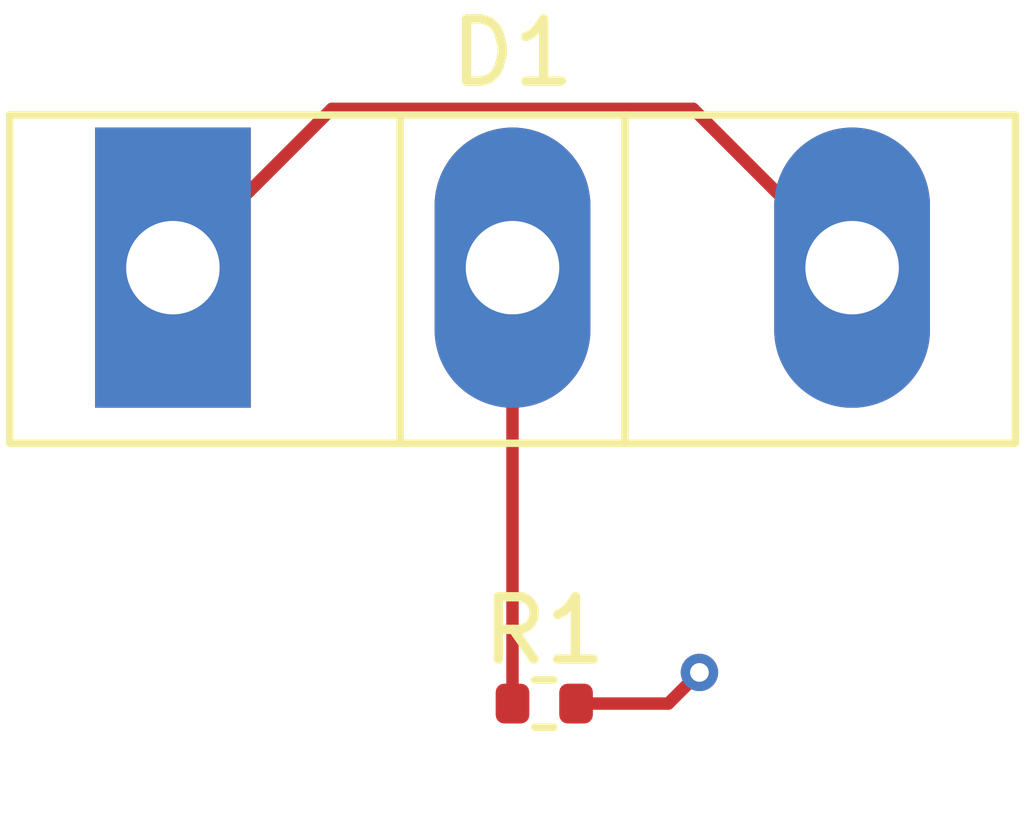
<source format=kicad_pcb>
(kicad_pcb (version 20240108) (generator "pcbnew") (generator_version "8.0")
  (layers (0 "F.Cu" signal) (1 "In1.Cu" signal) (2 "In2.Cu" signal) (31 "B.Cu" signal) (34 "B.Paste" user) (35 "F.Paste" user) (36 "B.SilkS" user "B.Silkscreen") (37 "F.SilkS" user "F.Silkscreen") (38 "B.Mask" user) (39 "F.Mask" user) (44 "Edge.Cuts" user))
  (net 0 "")
  (net 1 "VDD")
  (net 2 "Net-(D1-K)")
  (net 3 "GND")
  (footprint "Resistor_SMD:R_0402_1005Metric" (layer "F.Cu") (at 24.01 22.5)
    (property "Reference" "R1" (at 0 -1.17 0) (layer "F.SilkS"))
    (property "Value" "R")
    (fp_line (start -0.153641 -0.38) (end 0.153641 -0.38) (stroke (width 0.12)) (layer "F.SilkS"))
    (fp_line (start -0.153641 0.38) (end 0.153641 0.38) (stroke (width 0.12)) (layer "F.SilkS"))
    (pad "1" smd roundrect (at -0.51 0) (size 0.54 0.64) (layers "F.Cu" "F.Paste" "F.Mask") (net 2 "Net-(D1-K)"))
    (pad "2" smd roundrect (at 0.51 0) (size 0.54 0.64) (layers "F.Cu" "F.Paste" "F.Mask") (net 3 "GND"))
  )
  (footprint "Package_TO_SOT_THT:TO-247-3_Vertical" (layer "F.Cu") (at 18.05 15.5)
    (property "Reference" "D1" (at 5.45 -3.45 0) (layer "F.SilkS"))
    (property "Value" "C5D50065D")
    (fp_line (start -2.62 -2.451) (end -2.62 2.82) (stroke (width 0.12)) (layer "F.SilkS"))
    (fp_line (start -2.62 -2.451) (end 13.52 -2.451) (stroke (width 0.12)) (layer "F.SilkS"))
    (fp_line (start -2.62 2.82) (end 13.52 2.82) (stroke (width 0.12)) (layer "F.SilkS"))
    (fp_line (start 3.646 -2.451) (end 3.646 2.82) (stroke (width 0.12)) (layer "F.SilkS"))
    (fp_line (start 7.255 -2.451) (end 7.255 2.82) (stroke (width 0.12)) (layer "F.SilkS"))
    (fp_line (start 13.52 -2.451) (end 13.52 2.82) (stroke (width 0.12)) (layer "F.SilkS"))
    (pad "1" thru_hole rect (at 0 0) (size 2.5 4.5) (drill 1.5) (layers "*.Cu" "*.Mask") (net 1 "VDD"))
    (pad "2" thru_hole oval (at 5.45 0) (size 2.5 4.5) (drill 1.5) (layers "*.Cu" "*.Mask") (net 2 "Net-(D1-K)"))
    (pad "3" thru_hole oval (at 10.9 0) (size 2.5 4.5) (drill 1.5) (layers "*.Cu" "*.Mask") (net 1 "VDD"))
  )
  (segment (start 26.4 12.95) (end 28.95 15.5) (width 0.2) (layer "F.Cu") (net 1))
  (segment (start 20.6 12.95) (end 26.4 12.95) (width 0.2) (layer "F.Cu") (net 1))
  (segment (start 18.05 15.5) (end 20.6 12.95) (width 0.2) (layer "F.Cu") (net 1))
  (segment (start 23.5 15.5) (end 23.5 22.5) (width 0.2) (layer "F.Cu") (net 2))
  (segment (start 24.52 22.5) (end 26 22.5) (width 0.2) (layer "F.Cu") (net 3))
  (segment (start 26 22.5) (end 26.5 22) (width 0.2) (layer "F.Cu") (net 3))
  (via (at 26.5 22) (size 0.6) (drill 0.3) (layers "F.Cu" "B.Cu") (net 3))
)
</source>
